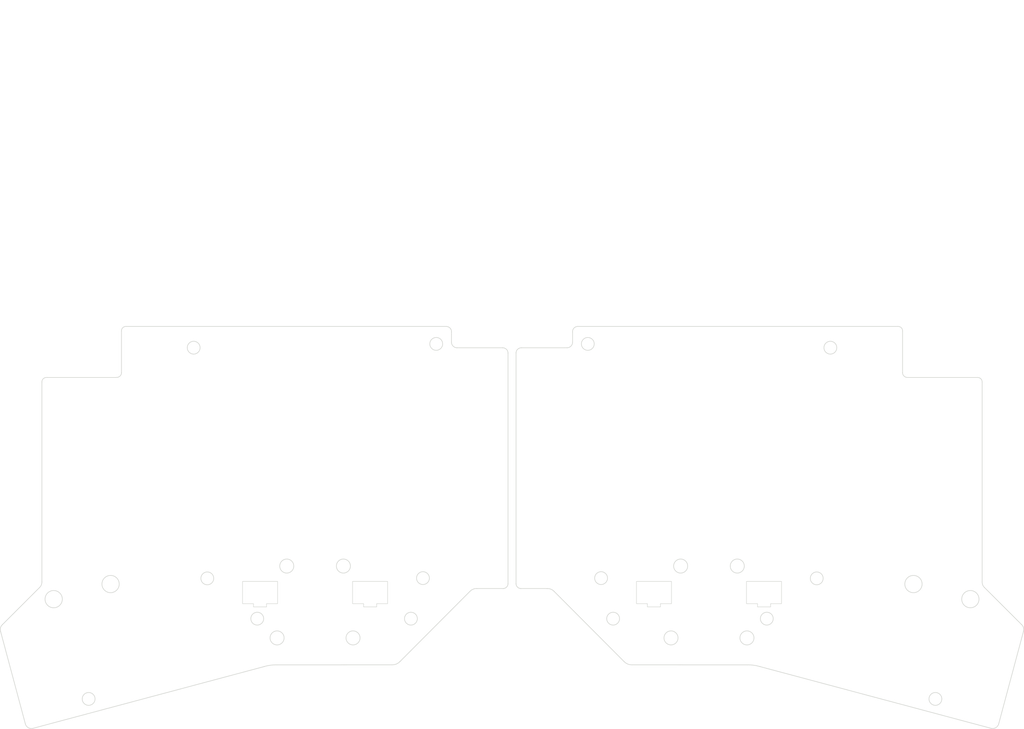
<source format=kicad_pcb>
(kicad_pcb (version 20211014) (generator pcbnew)
  (layers (0 "F.Cu" signal) (31 "B.Cu" signal) (34 "B.Paste" user) (35 "F.Paste" user) (36 "B.SilkS" user "B.Silkscreen") (37 "F.SilkS" user "F.Silkscreen") (38 "B.Mask" user) (39 "F.Mask" user) (44 "Edge.Cuts" user))
  (net 0 "")
  (footprint "jw_custom_footprint:MountingHole_3.5mm_M3.5_cutout" (layer "F.Cu") (at 207.772 100.838 180)
    (fp_text reference "JS_HOLE_1" hide)
    (fp_text value "HOLE")
    (fp_circle (center 0 0) (end 1.75 0) (layer "Edge.Cuts") (width 0.15) (fill none))
  )
  (footprint "jw_custom_footprint:MountingHole_3.2mm_M3_cutout" (layer "F.Cu") (at 230.931201 46.464825)
    (fp_text reference "TH1")
    (fp_text value "HOLE")
    (fp_circle (center 0 0) (end 1.6 0) (layer "Edge.Cuts") (width 0.15) (fill none))
  )
  (footprint "jw_custom_footprint:MountingHole_3.2mm_M3_cutout" (layer "F.Cu") (at 227.540246 103.903275)
    (fp_text reference "TH4")
    (fp_text value "HOLE")
    (fp_circle (center 0 0) (end 1.6 0) (layer "Edge.Cuts") (width 0.15) (fill none))
  )
  (footprint "jw_custom_footprint:MountingHole_4.3mm_M4_cutout" (layer "F.Cu") (at 251.606034 105.318788 180)
    (fp_text reference "MCU_1" hide)
    (fp_text value "HOLE")
    (fp_circle (center 0 0) (end 2.15 0) (layer "Edge.Cuts") (width 0.15) (fill none))
  )
  (footprint "jw_custom_footprint:MountingHole_3.2mm_M3_cutout" (layer "F.Cu") (at 173.882801 103.840625)
    (fp_text reference "TH3")
    (fp_text value "HOLE")
    (fp_circle (center 0 0) (end 1.6 0) (layer "Edge.Cuts") (width 0.15) (fill none))
  )
  (footprint "jw_custom_footprint:MountingHole_4.3mm_M4_cutout" (layer "F.Cu") (at 265.765808 109.077988)
    (fp_text reference "MCU_2" hide)
    (fp_text value "HOLE")
    (fp_circle (center 0 0) (end 2.15 0) (layer "Edge.Cuts") (width 0.15) (fill none))
  )
  (footprint "jw_custom_footprint:TE_0-1734839-5_1x05-1MP_P0.5mm_Horizontal_cutout" (layer "F.Cu") (at 187.029604 108.777834 180)
    (fp_text reference "J3" hide)
    (fp_text value "Conn_01x05_Female")
    (fp_poly (pts (xy 1.6256 -1.4224) (xy 4.3434 -1.4224) (xy 4.3434 4.1148) (xy -4.3688 4.1148) (xy -4.3688 -1.4224) (xy -1.6256 -1.4224) (xy -1.6256 -2.2352) (xy 1.6256 -2.2352)) (layer "Edge.Cuts") (width 0.12) (fill none))
  )
  (footprint "jw_custom_footprint:MountingHole_3.2mm_M3_cutout" (layer "F.Cu") (at 257.067034 133.919188)
    (fp_text reference "TH5")
    (fp_text value "HOLE")
    (fp_circle (center 0 0) (end 1.6 0) (layer "Edge.Cuts") (width 0.15) (fill none))
  )
  (footprint "jw_custom_footprint:MountingHole_3.5mm_M3.5_cutout" (layer "F.Cu") (at 191.28 118.727608 180)
    (fp_text reference "JS_HOLE_3" hide)
    (fp_text value "HOLE")
    (fp_circle (center 0 0) (end 1.75 0) (layer "Edge.Cuts") (width 0.15) (fill none))
  )
  (footprint "jw_custom_footprint:MountingHole_3.5mm_M3.5_cutout" (layer "F.Cu") (at 210.1798 118.728208 180)
    (fp_text reference "JS_HOLE_4" hide)
    (fp_text value "HOLE")
    (fp_circle (center 0 0) (end 1.75 0) (layer "Edge.Cuts") (width 0.15) (fill none))
  )
  (footprint "jw_custom_footprint:TE_0-1734839-5_1x05-1MP_P0.5mm_Horizontal_cutout" (layer "F.Cu") (at 89.015403 108.777834 180)
    (fp_text reference "J4" hide)
    (fp_text value "Conn_01x05_Female")
    (fp_poly (pts (xy 1.6256 -1.4224) (xy 4.3434 -1.4224) (xy 4.3434 4.1148) (xy -4.3688 4.1148) (xy -4.3688 -1.4224) (xy -1.6256 -1.4224) (xy -1.6256 -2.2352) (xy 1.6256 -2.2352)) (layer "Edge.Cuts") (width 0.12) (fill none))
  )
  (footprint "jw_custom_footprint:MountingHole_3.2mm_M3_cutout" (layer "F.Cu") (at 215.11549 113.935075)
    (fp_text reference "JY_BT_2")
    (fp_text value "HOLE")
    (fp_circle (center 0 0) (end 1.6 0) (layer "Edge.Cuts") (width 0.15) (fill none))
  )
  (footprint "jw_custom_footprint:MountingHole_3.5mm_M3.5_cutout" (layer "F.Cu") (at 193.680489 100.83749 180)
    (fp_text reference "JS_HOLE_2" hide)
    (fp_text value "HOLE")
    (fp_circle (center 0 0) (end 1.75 0) (layer "Edge.Cuts") (width 0.15) (fill none))
  )
  (footprint "jw_custom_footprint:MountingHole_3.2mm_M3_cutout" (layer "F.Cu") (at 176.879234 113.935075)
    (fp_text reference "JY_BT_1")
    (fp_text value "HOLE")
    (fp_circle (center 0 0) (end 1.6 0) (layer "Edge.Cuts") (width 0.15) (fill none))
  )
  (footprint "jw_custom_footprint:MountingHole_3.2mm_M3_cutout" (layer "F.Cu") (at 170.580034 45.522988)
    (fp_text reference "TH2")
    (fp_text value "HOLE")
    (fp_circle (center 0 0) (end 1.6 0) (layer "Edge.Cuts") (width 0.15) (fill none))
  )
  (footprint "jw_custom_footprint:TE_0-1734839-5_1x05-1MP_P0.5mm_Horizontal_cutout" (layer "B.Cu") (at 116.415544 108.777834)
    (fp_text reference "J3" hide)
    (fp_text value "Conn_01x05_Female")
    (fp_poly (pts (xy 1.6256 1.4224) (xy 4.3434 1.4224) (xy 4.3434 -4.1148) (xy -4.3688 -4.1148) (xy -4.3688 1.4224) (xy -1.6256 1.4224) (xy -1.6256 2.2352) (xy 1.6256 2.2352)) (layer "Edge.Cuts") (width 0.12) (fill none))
  )
  (footprint "jw_custom_footprint:MountingHole_3.5mm_M3.5_cutout" (layer "B.Cu") (at 93.265348 118.728208)
    (fp_text reference "JS_HOLE_4" hide)
    (fp_text value "HOLE")
    (fp_circle (center 0 0) (end 1.75 0) (layer "Edge.Cuts") (width 0.15) (fill none))
  )
  (footprint "jw_custom_footprint:MountingHole_3.2mm_M3_cutout" (layer "B.Cu") (at 46.378114 133.919188 180)
    (fp_text reference "TH5")
    (fp_text value "HOLE")
    (fp_circle (center 0 0) (end 1.6 0) (layer "Edge.Cuts") (width 0.15) (fill none))
  )
  (footprint "jw_custom_footprint:MountingHole_3.5mm_M3.5_cutout" (layer "B.Cu") (at 112.165148 118.727608)
    (fp_text reference "JS_HOLE_3" hide)
    (fp_text value "HOLE")
    (fp_circle (center 0 0) (end 1.75 0) (layer "Edge.Cuts") (width 0.15) (fill none))
  )
  (footprint "jw_custom_footprint:MountingHole_3.2mm_M3_cutout" (layer "B.Cu") (at 88.329658 113.935075 180)
    (fp_text reference "JY_BT_2")
    (fp_text value "HOLE")
    (fp_circle (center 0 0) (end 1.6 0) (layer "Edge.Cuts") (width 0.15) (fill none))
  )
  (footprint "jw_custom_footprint:MountingHole_4.3mm_M4_cutout" (layer "B.Cu") (at 37.67934 109.077988 180)
    (fp_text reference "MCU_2" hide)
    (fp_text value "HOLE")
    (fp_circle (center 0 0) (end 2.15 0) (layer "Edge.Cuts") (width 0.15) (fill none))
  )
  (footprint "jw_custom_footprint:TE_0-1734839-5_1x05-1MP_P0.5mm_Horizontal_cutout" (layer "B.Cu") (at 214.429745 108.777834)
    (fp_text reference "J4" hide)
    (fp_text value "Conn_01x05_Female")
    (fp_poly (pts (xy 1.6256 1.4224) (xy 4.3434 1.4224) (xy 4.3434 -4.1148) (xy -4.3688 -4.1148) (xy -4.3688 1.4224) (xy -1.6256 1.4224) (xy -1.6256 2.2352) (xy 1.6256 2.2352)) (layer "Edge.Cuts") (width 0.12) (fill none))
  )
  (footprint "jw_custom_footprint:MountingHole_3.5mm_M3.5_cutout" (layer "B.Cu") (at 109.764659 100.83749)
    (fp_text reference "JS_HOLE_2" hide)
    (fp_text value "HOLE")
    (fp_circle (center 0 0) (end 1.75 0) (layer "Edge.Cuts") (width 0.15) (fill none))
  )
  (footprint "jw_custom_footprint:MountingHole_3.2mm_M3_cutout" (layer "B.Cu") (at 75.904902 103.903275 180)
    (fp_text reference "TH4")
    (fp_text value "HOLE")
    (fp_circle (center 0 0) (end 1.6 0) (layer "Edge.Cuts") (width 0.15) (fill none))
  )
  (footprint "jw_custom_footprint:MountingHole_3.2mm_M3_cutout" (layer "B.Cu") (at 126.565914 113.935075 180)
    (fp_text reference "JY_BT_1")
    (fp_text value "HOLE")
    (fp_circle (center 0 0) (end 1.6 0) (layer "Edge.Cuts") (width 0.15) (fill none))
  )
  (footprint "jw_custom_footprint:MountingHole_3.2mm_M3_cutout" (layer "B.Cu") (at 129.562347 103.840625 180)
    (fp_text reference "TH3")
    (fp_text value "HOLE")
    (fp_circle (center 0 0) (end 1.6 0) (layer "Edge.Cuts") (width 0.15) (fill none))
  )
  (footprint "jw_custom_footprint:MountingHole_4.3mm_M4_cutout" (layer "B.Cu") (at 51.839114 105.318788)
    (fp_text reference "MCU_1" hide)
    (fp_text value "HOLE")
    (fp_circle (center 0 0) (end 2.15 0) (layer "Edge.Cuts") (width 0.15) (fill none))
  )
  (footprint "jw_custom_footprint:MountingHole_3.2mm_M3_cutout" (layer "B.Cu") (at 132.865114 45.522988 180)
    (fp_text reference "TH2")
    (fp_text value "HOLE")
    (fp_circle (center 0 0) (end 1.6 0) (layer "Edge.Cuts") (width 0.15) (fill none))
  )
  (footprint "jw_custom_footprint:MountingHole_3.5mm_M3.5_cutout" (layer "B.Cu") (at 95.673148 100.838)
    (fp_text reference "JS_HOLE_1" hide)
    (fp_text value "HOLE")
    (fp_circle (center 0 0) (end 1.75 0) (layer "Edge.Cuts") (width 0.15) (fill none))
  )
  (footprint "jw_custom_footprint:MountingHole_3.2mm_M3_cutout" (layer "B.Cu") (at 72.513947 46.464825 180)
    (fp_text reference "TH1")
    (fp_text value "HOLE")
    (fp_circle (center 0 0) (end 1.6 0) (layer "Edge.Cuts") (width 0.15) (fill none))
  )
  (gr_arc (start 32.558594 141.234388) (mid 31.365911 141.084685) (end 30.632038 140.132691) (layer "Edge.Cuts") (width 0.15))
  (gr_arc (start 152.722574 47.782504) (mid 153.124283 46.860887) (end 154.058046 46.488309) (layer "Edge.Cuts") (width 0.15))
  (gr_arc (start 90.052774 125.862194) (mid 91.630709 125.530441) (end 93.240347 125.435575) (layer "Edge.Cuts") (width 0.15))
  (gr_arc (start 153.853408 106.432194) (mid 153.065402 106.060413) (end 152.722574 105.259394) (layer "Edge.Cuts") (width 0.15))
  (gr_arc (start 138.048419 46.488309) (mid 137.063174 46.076654) (end 136.654616 45.090104) (layer "Edge.Cuts") (width 0.15))
  (gr_line (start 179.597801 124.612394) (end 162.198801 107.145394) (layer "Edge.Cuts") (width 0.15))
  (gr_arc (start 166.790532 42.539269) (mid 167.14682 41.578754) (end 168.090834 41.180775) (layer "Edge.Cuts") (width 0.15))
  (gr_line (start 121.815347 125.427575) (end 93.240347 125.435575) (layer "Edge.Cuts") (width 0.15))
  (gr_arc (start 34.745724 104.785388) (mid 34.608244 105.527947) (end 34.190393 106.156988) (layer "Edge.Cuts") (width 0.15))
  (gr_arc (start 181.629801 125.427575) (mid 180.527032 125.236271) (end 179.597801 124.612394) (layer "Edge.Cuts") (width 0.15))
  (gr_line (start 34.745724 55.052594) (end 34.745724 104.785388) (layer "Edge.Cuts") (width 0.15))
  (gr_line (start 270.886554 141.234388) (end 213.392374 125.862194) (layer "Edge.Cuts") (width 0.15))
  (gr_line (start 247.766319 41.180979) (end 168.090834 41.180775) (layer "Edge.Cuts") (width 0.15))
  (gr_arc (start 250.106725 53.880643) (mid 249.24888 53.525346) (end 248.893586 52.667504) (layer "Edge.Cuts") (width 0.15))
  (gr_line (start 90.052774 125.862194) (end 32.558594 141.234388) (layer "Edge.Cuts") (width 0.15))
  (gr_arc (start 210.204801 125.435575) (mid 211.814438 125.530453) (end 213.392374 125.862194) (layer "Edge.Cuts") (width 0.15))
  (gr_arc (start 150.722574 105.259394) (mid 150.379731 106.060399) (end 149.59174 106.432194) (layer "Edge.Cuts") (width 0.15))
  (gr_line (start 53.338423 53.880643) (end 35.914124 53.880643) (layer "Edge.Cuts") (width 0.15))
  (gr_line (start 150.722574 105.259394) (end 150.722574 47.782504) (layer "Edge.Cuts") (width 0.15))
  (gr_line (start 149.59174 106.432194) (end 142.965747 106.432194) (layer "Edge.Cuts") (width 0.15))
  (gr_line (start 269.254755 106.156988) (end 278.530034 115.427988) (layer "Edge.Cuts") (width 0.15))
  (gr_arc (start 34.745724 55.052594) (mid 35.074362 54.21184) (end 35.914124 53.880643) (layer "Edge.Cuts") (width 0.15))
  (gr_arc (start 269.254755 106.156988) (mid 268.836912 105.527944) (end 268.699424 104.785388) (layer "Edge.Cuts") (width 0.15))
  (gr_line (start 141.246347 107.145394) (end 123.847347 124.612394) (layer "Edge.Cuts") (width 0.15))
  (gr_line (start 154.058046 46.488309) (end 165.396729 46.488309) (layer "Edge.Cuts") (width 0.15))
  (gr_line (start 248.893586 42.285675) (end 248.893586 52.667504) (layer "Edge.Cuts") (width 0.15))
  (gr_arc (start 267.531024 53.880643) (mid 268.370805 54.21182) (end 268.699424 55.052594) (layer "Edge.Cuts") (width 0.15))
  (gr_arc (start 123.847347 124.612394) (mid 122.918113 125.236265) (end 121.815347 125.427575) (layer "Edge.Cuts") (width 0.15))
  (gr_arc (start 141.246347 107.145394) (mid 142.029815 106.605009) (end 142.965747 106.432194) (layer "Edge.Cuts") (width 0.15))
  (gr_line (start 135.354314 41.180775) (end 55.678829 41.180979) (layer "Edge.Cuts") (width 0.15))
  (gr_arc (start 135.354314 41.180775) (mid 136.298344 41.578738) (end 136.654616 42.539269) (layer "Edge.Cuts") (width 0.15))
  (gr_line (start 54.551562 52.667504) (end 54.551562 42.285675) (layer "Edge.Cuts") (width 0.15))
  (gr_line (start 24.915114 115.427988) (end 34.190393 106.156988) (layer "Edge.Cuts") (width 0.15))
  (gr_arc (start 160.479401 106.432194) (mid 161.41533 106.605017) (end 162.198801 107.145394) (layer "Edge.Cuts") (width 0.15))
  (gr_line (start 210.204801 125.435575) (end 181.629801 125.427575) (layer "Edge.Cuts") (width 0.15))
  (gr_line (start 160.479401 106.432194) (end 153.853408 106.432194) (layer "Edge.Cuts") (width 0.15))
  (gr_arc (start 54.551562 52.667504) (mid 54.196262 53.525341) (end 53.338423 53.880643) (layer "Edge.Cuts") (width 0.15))
  (gr_arc (start 149.387102 46.488309) (mid 150.320846 46.860906) (end 150.722574 47.782504) (layer "Edge.Cuts") (width 0.15))
  (gr_line (start 272.81311 140.132691) (end 278.987234 117.078988) (layer "Edge.Cuts") (width 0.15))
  (gr_line (start 24.457914 117.078988) (end 30.632038 140.132691) (layer "Edge.Cuts") (width 0.15))
  (gr_arc (start 24.457914 117.078988) (mid 24.45832 116.190294) (end 24.915114 115.427988) (layer "Edge.Cuts") (width 0.15))
  (gr_arc (start 272.81311 140.132691) (mid 272.079214 141.084645) (end 270.886554 141.234388) (layer "Edge.Cuts") (width 0.15))
  (gr_arc (start 166.790532 45.090104) (mid 166.382001 46.076681) (end 165.396729 46.488309) (layer "Edge.Cuts") (width 0.15))
  (gr_arc (start 247.766319 41.180979) (mid 248.568244 41.490165) (end 248.893586 42.285675) (layer "Edge.Cuts") (width 0.15))
  (gr_arc (start 54.551562 42.285675) (mid 54.876901 41.490163) (end 55.678829 41.180979) (layer "Edge.Cuts") (width 0.15))
  (gr_line (start 138.048419 46.488309) (end 149.387102 46.488309) (layer "Edge.Cuts") (width 0.15))
  (gr_line (start 152.722574 47.782504) (end 152.722574 105.259394) (layer "Edge.Cuts") (width 0.15))
  (gr_arc (start 278.530034 115.427988) (mid 278.986815 116.190298) (end 278.987234 117.078988) (layer "Edge.Cuts") (width 0.15))
  (gr_line (start 267.531024 53.880643) (end 250.106725 53.880643) (layer "Edge.Cuts") (width 0.15))
  (gr_line (start 166.790532 42.539269) (end 166.790532 45.090104) (layer "Edge.Cuts") (width 0.15))
  (gr_line (start 136.654616 45.090104) (end 136.654616 42.539269) (layer "Edge.Cuts") (width 0.15))
  (gr_line (start 268.699424 104.785388) (end 268.699424 55.052594) (layer "Edge.Cuts") (width 0.15))
)
</source>
